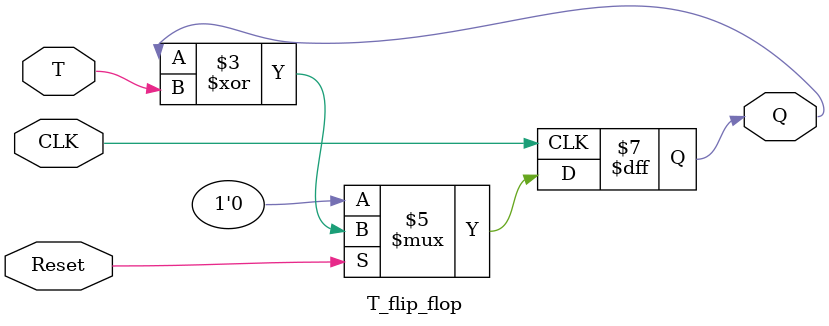
<source format=v>

`timescale 1ns / 1ps


module T_flip_flop(input CLK, input Reset, input T, output reg Q);

always @(negedge CLK)
    if(!Reset)
        Q <= 1'b0;
    else 
        Q <= Q ^ T;
   
endmodule

</source>
